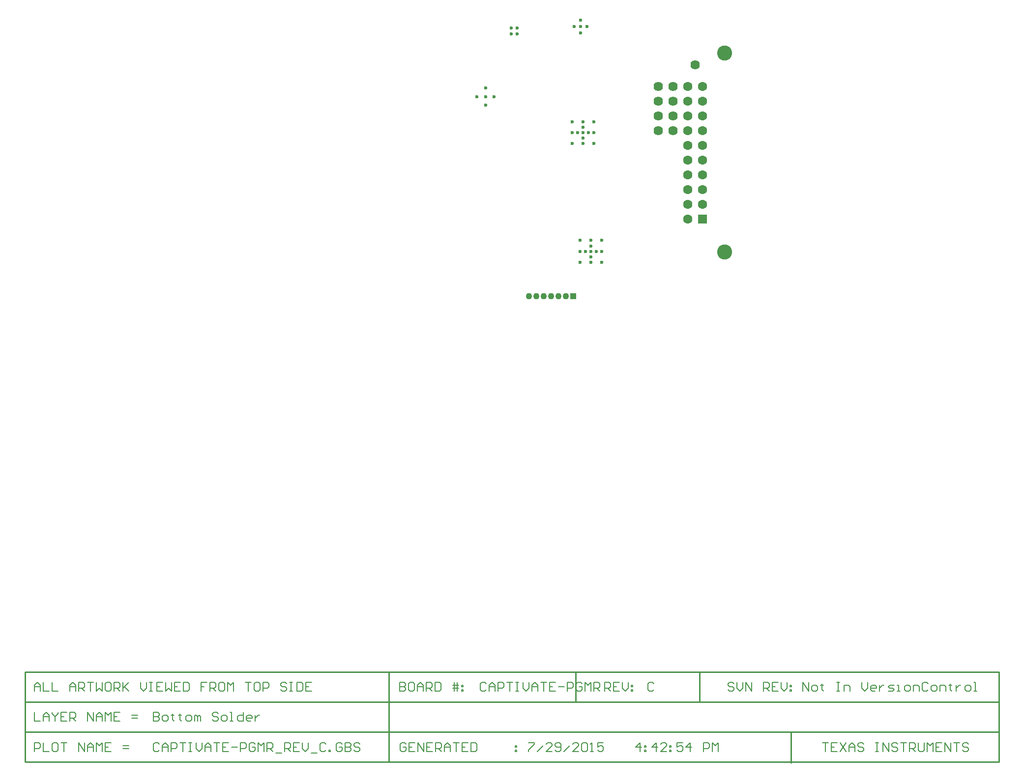
<source format=gbs>
%FSAX25Y25*%
%MOIN*%
G70*
G01*
G75*
G04 Layer_Color=16711935*
%ADD10R,0.01575X0.10236*%
%ADD11R,0.03150X0.02362*%
%ADD12R,0.03150X0.03150*%
%ADD13R,0.03937X0.03740*%
%ADD14R,0.01969X0.01181*%
%ADD15R,0.01181X0.01969*%
%ADD16R,0.02362X0.03150*%
%ADD17R,0.10236X0.01575*%
G04:AMPARAMS|DCode=18|XSize=23.62mil|YSize=39.37mil|CornerRadius=5.91mil|HoleSize=0mil|Usage=FLASHONLY|Rotation=0.000|XOffset=0mil|YOffset=0mil|HoleType=Round|Shape=RoundedRectangle|*
%AMROUNDEDRECTD18*
21,1,0.02362,0.02756,0,0,0.0*
21,1,0.01181,0.03937,0,0,0.0*
1,1,0.01181,0.00591,-0.01378*
1,1,0.01181,-0.00591,-0.01378*
1,1,0.01181,-0.00591,0.01378*
1,1,0.01181,0.00591,0.01378*
%
%ADD18ROUNDEDRECTD18*%
%ADD19R,0.05000X0.06300*%
%ADD20R,0.03740X0.03937*%
%ADD21R,0.04921X0.07087*%
%ADD22R,0.07087X0.04921*%
%ADD23C,0.03937*%
%ADD24O,0.00945X0.02362*%
%ADD25O,0.02362X0.00945*%
%ADD26R,0.16732X0.16732*%
%ADD27R,0.13583X0.13583*%
%ADD28R,0.06890X0.05906*%
%ADD29O,0.01181X0.02362*%
%ADD30R,0.01181X0.02362*%
%ADD31R,0.02165X0.00984*%
%ADD32R,0.02165X0.00787*%
%ADD33R,0.05512X0.03740*%
%ADD34R,0.08268X0.08268*%
%ADD35R,0.06299X0.07480*%
%ADD36R,0.04724X0.07480*%
%ADD37R,0.01575X0.05315*%
%ADD38O,0.02362X0.01181*%
%ADD39R,0.10630X0.10630*%
%ADD40C,0.00800*%
%ADD41C,0.00900*%
%ADD42C,0.01000*%
%ADD43C,0.02000*%
%ADD44C,0.01500*%
%ADD45C,0.01200*%
%ADD46R,0.17200X0.17200*%
%ADD47C,0.06000*%
%ADD48C,0.05906*%
%ADD49R,0.05906X0.05906*%
%ADD50R,0.03937X0.03937*%
%ADD51C,0.09843*%
%ADD52C,0.03000*%
%ADD53C,0.01969*%
%ADD54C,0.04000*%
%ADD55C,0.00100*%
%ADD56C,0.07543*%
%ADD57C,0.06756*%
%ADD58C,0.10693*%
%ADD59C,0.08000*%
%ADD60C,0.05600*%
%ADD61C,0.04787*%
%ADD62C,0.00700*%
%ADD63C,0.00787*%
%ADD64C,0.00669*%
%ADD65C,0.00600*%
%ADD66R,0.01969X0.06299*%
%ADD67R,0.01968X0.06299*%
%ADD68R,0.00787X0.03248*%
%ADD69R,0.01969X0.06299*%
%ADD70R,0.01280X0.02658*%
%ADD71R,0.07039X0.07039*%
%ADD72R,0.05850X0.05850*%
%ADD73R,0.06240X0.05445*%
%ADD74R,0.04677X0.04677*%
%ADD75R,0.00100X0.00100*%
%ADD76R,0.01969X0.10630*%
%ADD77R,0.03543X0.02756*%
%ADD78R,0.03543X0.03543*%
%ADD79R,0.04331X0.04134*%
%ADD80R,0.02362X0.01575*%
%ADD81R,0.01575X0.02362*%
%ADD82R,0.02756X0.03543*%
%ADD83R,0.10630X0.01969*%
G04:AMPARAMS|DCode=84|XSize=27.56mil|YSize=43.31mil|CornerRadius=7.87mil|HoleSize=0mil|Usage=FLASHONLY|Rotation=0.000|XOffset=0mil|YOffset=0mil|HoleType=Round|Shape=RoundedRectangle|*
%AMROUNDEDRECTD84*
21,1,0.02756,0.02756,0,0,0.0*
21,1,0.01181,0.04331,0,0,0.0*
1,1,0.01575,0.00591,-0.01378*
1,1,0.01575,-0.00591,-0.01378*
1,1,0.01575,-0.00591,0.01378*
1,1,0.01575,0.00591,0.01378*
%
%ADD84ROUNDEDRECTD84*%
%ADD85R,0.05394X0.06694*%
%ADD86R,0.04134X0.04331*%
%ADD87R,0.05315X0.07480*%
%ADD88R,0.07480X0.05315*%
%ADD89C,0.07874*%
%ADD90O,0.01496X0.02913*%
%ADD91O,0.02913X0.01496*%
%ADD92R,0.17126X0.17126*%
%ADD93O,0.02756X0.01339*%
%ADD94O,0.01339X0.02756*%
%ADD95R,0.13976X0.13976*%
%ADD96R,0.07284X0.06299*%
%ADD97O,0.01575X0.02756*%
%ADD98R,0.01575X0.02756*%
%ADD99R,0.02559X0.01378*%
%ADD100R,0.02559X0.01181*%
%ADD101R,0.05906X0.04134*%
%ADD102R,0.08661X0.08661*%
%ADD103R,0.06693X0.07874*%
%ADD104R,0.05118X0.07874*%
%ADD105R,0.01969X0.05709*%
%ADD106O,0.02756X0.01575*%
%ADD107R,0.11024X0.11024*%
%ADD108C,0.06394*%
%ADD109C,0.06299*%
%ADD110R,0.06299X0.06299*%
%ADD111C,0.04331*%
%ADD112R,0.04331X0.04331*%
%ADD113C,0.10236*%
%ADD114C,0.02362*%
G54D40*
X0126900Y0073549D02*
Y0067551D01*
X0129899D01*
X0130899Y0068550D01*
Y0069550D01*
X0129899Y0070550D01*
X0126900D01*
X0129899D01*
X0130899Y0071549D01*
Y0072549D01*
X0129899Y0073549D01*
X0126900D01*
X0133898Y0067551D02*
X0135897D01*
X0136897Y0068550D01*
Y0070550D01*
X0135897Y0071549D01*
X0133898D01*
X0132898Y0070550D01*
Y0068550D01*
X0133898Y0067551D01*
X0139896Y0072549D02*
Y0071549D01*
X0138896D01*
X0140895D01*
X0139896D01*
Y0068550D01*
X0140895Y0067551D01*
X0144894Y0072549D02*
Y0071549D01*
X0143895D01*
X0145894D01*
X0144894D01*
Y0068550D01*
X0145894Y0067551D01*
X0149893D02*
X0151892D01*
X0152892Y0068550D01*
Y0070550D01*
X0151892Y0071549D01*
X0149893D01*
X0148893Y0070550D01*
Y0068550D01*
X0149893Y0067551D01*
X0154891D02*
Y0071549D01*
X0155891D01*
X0156890Y0070550D01*
Y0067551D01*
Y0070550D01*
X0157890Y0071549D01*
X0158890Y0070550D01*
Y0067551D01*
X0170886Y0072549D02*
X0169886Y0073549D01*
X0167887D01*
X0166887Y0072549D01*
Y0071549D01*
X0167887Y0070550D01*
X0169886D01*
X0170886Y0069550D01*
Y0068550D01*
X0169886Y0067551D01*
X0167887D01*
X0166887Y0068550D01*
X0173885Y0067551D02*
X0175884D01*
X0176884Y0068550D01*
Y0070550D01*
X0175884Y0071549D01*
X0173885D01*
X0172885Y0070550D01*
Y0068550D01*
X0173885Y0067551D01*
X0178883D02*
X0180883D01*
X0179883D01*
Y0073549D01*
X0178883D01*
X0187880D02*
Y0067551D01*
X0184881D01*
X0183882Y0068550D01*
Y0070550D01*
X0184881Y0071549D01*
X0187880D01*
X0192879Y0067551D02*
X0190879D01*
X0189880Y0068550D01*
Y0070550D01*
X0190879Y0071549D01*
X0192879D01*
X0193878Y0070550D01*
Y0069550D01*
X0189880D01*
X0195878Y0071549D02*
Y0067551D01*
Y0069550D01*
X0196877Y0070550D01*
X0197877Y0071549D01*
X0198877D01*
X0567400Y0087833D02*
Y0093831D01*
X0571399Y0087833D01*
Y0093831D01*
X0574398Y0087833D02*
X0576397D01*
X0577397Y0088833D01*
Y0090832D01*
X0576397Y0091832D01*
X0574398D01*
X0573398Y0090832D01*
Y0088833D01*
X0574398Y0087833D01*
X0580396Y0092832D02*
Y0091832D01*
X0579396D01*
X0581395D01*
X0580396D01*
Y0088833D01*
X0581395Y0087833D01*
X0590393Y0093831D02*
X0592392D01*
X0591392D01*
Y0087833D01*
X0590393D01*
X0592392D01*
X0595391D02*
Y0091832D01*
X0598390D01*
X0599390Y0090832D01*
Y0087833D01*
X0607387Y0093831D02*
Y0089833D01*
X0609386Y0087833D01*
X0611386Y0089833D01*
Y0093831D01*
X0616384Y0087833D02*
X0614385D01*
X0613385Y0088833D01*
Y0090832D01*
X0614385Y0091832D01*
X0616384D01*
X0617384Y0090832D01*
Y0089833D01*
X0613385D01*
X0619383Y0091832D02*
Y0087833D01*
Y0089833D01*
X0620383Y0090832D01*
X0621383Y0091832D01*
X0622382D01*
X0625381Y0087833D02*
X0628380D01*
X0629380Y0088833D01*
X0628380Y0089833D01*
X0626381D01*
X0625381Y0090832D01*
X0626381Y0091832D01*
X0629380D01*
X0631379Y0087833D02*
X0633379D01*
X0632379D01*
Y0091832D01*
X0631379D01*
X0637377Y0087833D02*
X0639377D01*
X0640376Y0088833D01*
Y0090832D01*
X0639377Y0091832D01*
X0637377D01*
X0636378Y0090832D01*
Y0088833D01*
X0637377Y0087833D01*
X0642376D02*
Y0091832D01*
X0645375D01*
X0646374Y0090832D01*
Y0087833D01*
X0652373Y0092832D02*
X0651373Y0093831D01*
X0649373D01*
X0648374Y0092832D01*
Y0088833D01*
X0649373Y0087833D01*
X0651373D01*
X0652373Y0088833D01*
X0655372Y0087833D02*
X0657371D01*
X0658371Y0088833D01*
Y0090832D01*
X0657371Y0091832D01*
X0655372D01*
X0654372Y0090832D01*
Y0088833D01*
X0655372Y0087833D01*
X0660370D02*
Y0091832D01*
X0663369D01*
X0664369Y0090832D01*
Y0087833D01*
X0667368Y0092832D02*
Y0091832D01*
X0666368D01*
X0668367D01*
X0667368D01*
Y0088833D01*
X0668367Y0087833D01*
X0671366Y0091832D02*
Y0087833D01*
Y0089833D01*
X0672366Y0090832D01*
X0673366Y0091832D01*
X0674365D01*
X0678364Y0087833D02*
X0680364D01*
X0681363Y0088833D01*
Y0090832D01*
X0680364Y0091832D01*
X0678364D01*
X0677364Y0090832D01*
Y0088833D01*
X0678364Y0087833D01*
X0683362D02*
X0685362D01*
X0684362D01*
Y0093831D01*
X0683362D01*
X0520799Y0092832D02*
X0519799Y0093831D01*
X0517800D01*
X0516800Y0092832D01*
Y0091832D01*
X0517800Y0090832D01*
X0519799D01*
X0520799Y0089833D01*
Y0088833D01*
X0519799Y0087833D01*
X0517800D01*
X0516800Y0088833D01*
X0522798Y0093831D02*
Y0089833D01*
X0524797Y0087833D01*
X0526797Y0089833D01*
Y0093831D01*
X0528796Y0087833D02*
Y0093831D01*
X0532795Y0087833D01*
Y0093831D01*
X0540792Y0087833D02*
Y0093831D01*
X0543791D01*
X0544791Y0092832D01*
Y0090832D01*
X0543791Y0089833D01*
X0540792D01*
X0542792D02*
X0544791Y0087833D01*
X0550789Y0093831D02*
X0546790D01*
Y0087833D01*
X0550789D01*
X0546790Y0090832D02*
X0548790D01*
X0552788Y0093831D02*
Y0089833D01*
X0554788Y0087833D01*
X0556787Y0089833D01*
Y0093831D01*
X0558786Y0091832D02*
X0559786D01*
Y0090832D01*
X0558786D01*
Y0091832D01*
Y0088833D02*
X0559786D01*
Y0087833D01*
X0558786D01*
Y0088833D01*
X0433000Y0087833D02*
Y0093831D01*
X0435999D01*
X0436999Y0092832D01*
Y0090832D01*
X0435999Y0089833D01*
X0433000D01*
X0434999D02*
X0436999Y0087833D01*
X0442997Y0093831D02*
X0438998D01*
Y0087833D01*
X0442997D01*
X0438998Y0090832D02*
X0440997D01*
X0444996Y0093831D02*
Y0089833D01*
X0446995Y0087833D01*
X0448995Y0089833D01*
Y0093831D01*
X0450994Y0091832D02*
X0451994D01*
Y0090832D01*
X0450994D01*
Y0091832D01*
Y0088833D02*
X0451994D01*
Y0087833D01*
X0450994D01*
Y0088833D01*
X0130899Y0051965D02*
X0129899Y0052965D01*
X0127900D01*
X0126900Y0051965D01*
Y0047966D01*
X0127900Y0046966D01*
X0129899D01*
X0130899Y0047966D01*
X0132898Y0046966D02*
Y0050965D01*
X0134897Y0052965D01*
X0136897Y0050965D01*
Y0046966D01*
Y0049966D01*
X0132898D01*
X0138896Y0046966D02*
Y0052965D01*
X0141895D01*
X0142895Y0051965D01*
Y0049966D01*
X0141895Y0048966D01*
X0138896D01*
X0144894Y0052965D02*
X0148893D01*
X0146894D01*
Y0046966D01*
X0150892Y0052965D02*
X0152892D01*
X0151892D01*
Y0046966D01*
X0150892D01*
X0152892D01*
X0155891Y0052965D02*
Y0048966D01*
X0157890Y0046966D01*
X0159889Y0048966D01*
Y0052965D01*
X0161889Y0046966D02*
Y0050965D01*
X0163888Y0052965D01*
X0165887Y0050965D01*
Y0046966D01*
Y0049966D01*
X0161889D01*
X0167887Y0052965D02*
X0171885D01*
X0169886D01*
Y0046966D01*
X0177884Y0052965D02*
X0173885D01*
Y0046966D01*
X0177884D01*
X0173885Y0049966D02*
X0175884D01*
X0179883D02*
X0183882D01*
X0185881Y0046966D02*
Y0052965D01*
X0188880D01*
X0189880Y0051965D01*
Y0049966D01*
X0188880Y0048966D01*
X0185881D01*
X0195878Y0051965D02*
X0194878Y0052965D01*
X0192879D01*
X0191879Y0051965D01*
Y0047966D01*
X0192879Y0046966D01*
X0194878D01*
X0195878Y0047966D01*
Y0049966D01*
X0193878D01*
X0197877Y0046966D02*
Y0052965D01*
X0199876Y0050965D01*
X0201876Y0052965D01*
Y0046966D01*
X0203875D02*
Y0052965D01*
X0206874D01*
X0207874Y0051965D01*
Y0049966D01*
X0206874Y0048966D01*
X0203875D01*
X0205874D02*
X0207874Y0046966D01*
X0209873Y0045967D02*
X0213872D01*
X0215871Y0046966D02*
Y0052965D01*
X0218870D01*
X0219870Y0051965D01*
Y0049966D01*
X0218870Y0048966D01*
X0215871D01*
X0217871D02*
X0219870Y0046966D01*
X0225868Y0052965D02*
X0221869D01*
Y0046966D01*
X0225868D01*
X0221869Y0049966D02*
X0223869D01*
X0227867Y0052965D02*
Y0048966D01*
X0229867Y0046966D01*
X0231866Y0048966D01*
Y0052965D01*
X0233865Y0045967D02*
X0237864D01*
X0243862Y0051965D02*
X0242863Y0052965D01*
X0240863D01*
X0239863Y0051965D01*
Y0047966D01*
X0240863Y0046966D01*
X0242863D01*
X0243862Y0047966D01*
X0245862Y0046966D02*
Y0047966D01*
X0246861D01*
Y0046966D01*
X0245862D01*
X0254859Y0051965D02*
X0253859Y0052965D01*
X0251860D01*
X0250860Y0051965D01*
Y0047966D01*
X0251860Y0046966D01*
X0253859D01*
X0254859Y0047966D01*
Y0049966D01*
X0252859D01*
X0256858Y0052965D02*
Y0046966D01*
X0259857D01*
X0260857Y0047966D01*
Y0048966D01*
X0259857Y0049966D01*
X0256858D01*
X0259857D01*
X0260857Y0050965D01*
Y0051965D01*
X0259857Y0052965D01*
X0256858D01*
X0266855Y0051965D02*
X0265855Y0052965D01*
X0263856D01*
X0262856Y0051965D01*
Y0050965D01*
X0263856Y0049966D01*
X0265855D01*
X0266855Y0048966D01*
Y0047966D01*
X0265855Y0046966D01*
X0263856D01*
X0262856Y0047966D01*
X0381150Y0052965D02*
X0385149D01*
Y0051965D01*
X0381150Y0047966D01*
Y0046966D01*
X0387148D02*
X0391147Y0050965D01*
X0397145Y0046966D02*
X0393146D01*
X0397145Y0050965D01*
Y0051965D01*
X0396145Y0052965D01*
X0394146D01*
X0393146Y0051965D01*
X0399144Y0047966D02*
X0400144Y0046966D01*
X0402143D01*
X0403143Y0047966D01*
Y0051965D01*
X0402143Y0052965D01*
X0400144D01*
X0399144Y0051965D01*
Y0050965D01*
X0400144Y0049966D01*
X0403143D01*
X0405142Y0046966D02*
X0409141Y0050965D01*
X0415139Y0046966D02*
X0411140D01*
X0415139Y0050965D01*
Y0051965D01*
X0414139Y0052965D01*
X0412140D01*
X0411140Y0051965D01*
X0417138D02*
X0418138Y0052965D01*
X0420137D01*
X0421137Y0051965D01*
Y0047966D01*
X0420137Y0046966D01*
X0418138D01*
X0417138Y0047966D01*
Y0051965D01*
X0423136Y0046966D02*
X0425136D01*
X0424136D01*
Y0052965D01*
X0423136Y0051965D01*
X0432133Y0052965D02*
X0428135D01*
Y0049966D01*
X0430134Y0050965D01*
X0431134D01*
X0432133Y0049966D01*
Y0047966D01*
X0431134Y0046966D01*
X0429135D01*
X0428135Y0047966D01*
X0298199Y0051965D02*
X0297199Y0052965D01*
X0295200D01*
X0294200Y0051965D01*
Y0047966D01*
X0295200Y0046966D01*
X0297199D01*
X0298199Y0047966D01*
Y0049966D01*
X0296199D01*
X0304197Y0052965D02*
X0300198D01*
Y0046966D01*
X0304197D01*
X0300198Y0049966D02*
X0302197D01*
X0306196Y0046966D02*
Y0052965D01*
X0310195Y0046966D01*
Y0052965D01*
X0316193D02*
X0312194D01*
Y0046966D01*
X0316193D01*
X0312194Y0049966D02*
X0314194D01*
X0318192Y0046966D02*
Y0052965D01*
X0321191D01*
X0322191Y0051965D01*
Y0049966D01*
X0321191Y0048966D01*
X0318192D01*
X0320192D02*
X0322191Y0046966D01*
X0324190D02*
Y0050965D01*
X0326190Y0052965D01*
X0328189Y0050965D01*
Y0046966D01*
Y0049966D01*
X0324190D01*
X0330188Y0052965D02*
X0334187D01*
X0332188D01*
Y0046966D01*
X0340185Y0052965D02*
X0336186D01*
Y0046966D01*
X0340185D01*
X0336186Y0049966D02*
X0338186D01*
X0342184Y0052965D02*
Y0046966D01*
X0345183D01*
X0346183Y0047966D01*
Y0051965D01*
X0345183Y0052965D01*
X0342184D01*
X0372175Y0050965D02*
X0373175D01*
Y0049966D01*
X0372175D01*
Y0050965D01*
Y0047966D02*
X0373175D01*
Y0046966D01*
X0372175D01*
Y0047966D01*
X0046350Y0087833D02*
Y0091832D01*
X0048349Y0093831D01*
X0050349Y0091832D01*
Y0087833D01*
Y0090832D01*
X0046350D01*
X0052348Y0093831D02*
Y0087833D01*
X0056347D01*
X0058346Y0093831D02*
Y0087833D01*
X0062345D01*
X0070342D02*
Y0091832D01*
X0072342Y0093831D01*
X0074341Y0091832D01*
Y0087833D01*
Y0090832D01*
X0070342D01*
X0076340Y0087833D02*
Y0093831D01*
X0079339D01*
X0080339Y0092832D01*
Y0090832D01*
X0079339Y0089833D01*
X0076340D01*
X0078340D02*
X0080339Y0087833D01*
X0082338Y0093831D02*
X0086337D01*
X0084338D01*
Y0087833D01*
X0088336Y0093831D02*
Y0087833D01*
X0090336Y0089833D01*
X0092335Y0087833D01*
Y0093831D01*
X0097334D02*
X0095334D01*
X0094335Y0092832D01*
Y0088833D01*
X0095334Y0087833D01*
X0097334D01*
X0098333Y0088833D01*
Y0092832D01*
X0097334Y0093831D01*
X0100332Y0087833D02*
Y0093831D01*
X0103332D01*
X0104331Y0092832D01*
Y0090832D01*
X0103332Y0089833D01*
X0100332D01*
X0102332D02*
X0104331Y0087833D01*
X0106331Y0093831D02*
Y0087833D01*
Y0089833D01*
X0110329Y0093831D01*
X0107330Y0090832D01*
X0110329Y0087833D01*
X0118327Y0093831D02*
Y0089833D01*
X0120326Y0087833D01*
X0122325Y0089833D01*
Y0093831D01*
X0124325D02*
X0126324D01*
X0125324D01*
Y0087833D01*
X0124325D01*
X0126324D01*
X0133322Y0093831D02*
X0129323D01*
Y0087833D01*
X0133322D01*
X0129323Y0090832D02*
X0131323D01*
X0135321Y0093831D02*
Y0087833D01*
X0137321Y0089833D01*
X0139320Y0087833D01*
Y0093831D01*
X0145318D02*
X0141319D01*
Y0087833D01*
X0145318D01*
X0141319Y0090832D02*
X0143319D01*
X0147317Y0093831D02*
Y0087833D01*
X0150316D01*
X0151316Y0088833D01*
Y0092832D01*
X0150316Y0093831D01*
X0147317D01*
X0163312D02*
X0159313D01*
Y0090832D01*
X0161313D01*
X0159313D01*
Y0087833D01*
X0165312D02*
Y0093831D01*
X0168310D01*
X0169310Y0092832D01*
Y0090832D01*
X0168310Y0089833D01*
X0165312D01*
X0167311D02*
X0169310Y0087833D01*
X0174309Y0093831D02*
X0172309D01*
X0171310Y0092832D01*
Y0088833D01*
X0172309Y0087833D01*
X0174309D01*
X0175308Y0088833D01*
Y0092832D01*
X0174309Y0093831D01*
X0177308Y0087833D02*
Y0093831D01*
X0179307Y0091832D01*
X0181306Y0093831D01*
Y0087833D01*
X0189304Y0093831D02*
X0193303D01*
X0191303D01*
Y0087833D01*
X0198301Y0093831D02*
X0196301D01*
X0195302Y0092832D01*
Y0088833D01*
X0196301Y0087833D01*
X0198301D01*
X0199301Y0088833D01*
Y0092832D01*
X0198301Y0093831D01*
X0201300Y0087833D02*
Y0093831D01*
X0204299D01*
X0205299Y0092832D01*
Y0090832D01*
X0204299Y0089833D01*
X0201300D01*
X0217295Y0092832D02*
X0216295Y0093831D01*
X0214296D01*
X0213296Y0092832D01*
Y0091832D01*
X0214296Y0090832D01*
X0216295D01*
X0217295Y0089833D01*
Y0088833D01*
X0216295Y0087833D01*
X0214296D01*
X0213296Y0088833D01*
X0219294Y0093831D02*
X0221293D01*
X0220294D01*
Y0087833D01*
X0219294D01*
X0221293D01*
X0224292Y0093831D02*
Y0087833D01*
X0227291D01*
X0228291Y0088833D01*
Y0092832D01*
X0227291Y0093831D01*
X0224292D01*
X0234289D02*
X0230291D01*
Y0087833D01*
X0234289D01*
X0230291Y0090832D02*
X0232290D01*
X0466149Y0092832D02*
X0465149Y0093831D01*
X0463150D01*
X0462150Y0092832D01*
Y0088833D01*
X0463150Y0087833D01*
X0465149D01*
X0466149Y0088833D01*
X0352549Y0092832D02*
X0351549Y0093831D01*
X0349550D01*
X0348550Y0092832D01*
Y0088833D01*
X0349550Y0087833D01*
X0351549D01*
X0352549Y0088833D01*
X0354548Y0087833D02*
Y0091832D01*
X0356547Y0093831D01*
X0358547Y0091832D01*
Y0087833D01*
Y0090832D01*
X0354548D01*
X0360546Y0087833D02*
Y0093831D01*
X0363545D01*
X0364545Y0092832D01*
Y0090832D01*
X0363545Y0089833D01*
X0360546D01*
X0366544Y0093831D02*
X0370543D01*
X0368544D01*
Y0087833D01*
X0372542Y0093831D02*
X0374542D01*
X0373542D01*
Y0087833D01*
X0372542D01*
X0374542D01*
X0377541Y0093831D02*
Y0089833D01*
X0379540Y0087833D01*
X0381539Y0089833D01*
Y0093831D01*
X0383539Y0087833D02*
Y0091832D01*
X0385538Y0093831D01*
X0387537Y0091832D01*
Y0087833D01*
Y0090832D01*
X0383539D01*
X0389537Y0093831D02*
X0393535D01*
X0391536D01*
Y0087833D01*
X0399534Y0093831D02*
X0395535D01*
Y0087833D01*
X0399534D01*
X0395535Y0090832D02*
X0397534D01*
X0401533D02*
X0405532D01*
X0407531Y0087833D02*
Y0093831D01*
X0410530D01*
X0411530Y0092832D01*
Y0090832D01*
X0410530Y0089833D01*
X0407531D01*
X0417528Y0092832D02*
X0416528Y0093831D01*
X0414529D01*
X0413529Y0092832D01*
Y0088833D01*
X0414529Y0087833D01*
X0416528D01*
X0417528Y0088833D01*
Y0090832D01*
X0415528D01*
X0419527Y0087833D02*
Y0093831D01*
X0421526Y0091832D01*
X0423526Y0093831D01*
Y0087833D01*
X0425525D02*
Y0093831D01*
X0428524D01*
X0429524Y0092832D01*
Y0090832D01*
X0428524Y0089833D01*
X0425525D01*
X0427524D02*
X0429524Y0087833D01*
X0294000Y0093831D02*
Y0087833D01*
X0296999D01*
X0297999Y0088833D01*
Y0089833D01*
X0296999Y0090832D01*
X0294000D01*
X0296999D01*
X0297999Y0091832D01*
Y0092832D01*
X0296999Y0093831D01*
X0294000D01*
X0302997D02*
X0300998D01*
X0299998Y0092832D01*
Y0088833D01*
X0300998Y0087833D01*
X0302997D01*
X0303997Y0088833D01*
Y0092832D01*
X0302997Y0093831D01*
X0305996Y0087833D02*
Y0091832D01*
X0307996Y0093831D01*
X0309995Y0091832D01*
Y0087833D01*
Y0090832D01*
X0305996D01*
X0311994Y0087833D02*
Y0093831D01*
X0314993D01*
X0315993Y0092832D01*
Y0090832D01*
X0314993Y0089833D01*
X0311994D01*
X0313994D02*
X0315993Y0087833D01*
X0317992Y0093831D02*
Y0087833D01*
X0320991D01*
X0321991Y0088833D01*
Y0092832D01*
X0320991Y0093831D01*
X0317992D01*
X0330988Y0087833D02*
Y0093831D01*
X0332987D02*
Y0087833D01*
X0329988Y0091832D02*
X0332987D01*
X0333987D01*
X0329988Y0089833D02*
X0333987D01*
X0335986Y0091832D02*
X0336986D01*
Y0090832D01*
X0335986D01*
Y0091832D01*
Y0088833D02*
X0336986D01*
Y0087833D01*
X0335986D01*
Y0088833D01*
X0046350Y0073549D02*
Y0067551D01*
X0050349D01*
X0052348D02*
Y0071549D01*
X0054347Y0073549D01*
X0056347Y0071549D01*
Y0067551D01*
Y0070550D01*
X0052348D01*
X0058346Y0073549D02*
Y0072549D01*
X0060346Y0070550D01*
X0062345Y0072549D01*
Y0073549D01*
X0060346Y0070550D02*
Y0067551D01*
X0068343Y0073549D02*
X0064344D01*
Y0067551D01*
X0068343D01*
X0064344Y0070550D02*
X0066343D01*
X0070342Y0067551D02*
Y0073549D01*
X0073341D01*
X0074341Y0072549D01*
Y0070550D01*
X0073341Y0069550D01*
X0070342D01*
X0072342D02*
X0074341Y0067551D01*
X0082338D02*
Y0073549D01*
X0086337Y0067551D01*
Y0073549D01*
X0088336Y0067551D02*
Y0071549D01*
X0090336Y0073549D01*
X0092335Y0071549D01*
Y0067551D01*
Y0070550D01*
X0088336D01*
X0094335Y0067551D02*
Y0073549D01*
X0096334Y0071549D01*
X0098333Y0073549D01*
Y0067551D01*
X0104331Y0073549D02*
X0100332D01*
Y0067551D01*
X0104331D01*
X0100332Y0070550D02*
X0102332D01*
X0112329Y0069550D02*
X0116327D01*
X0112329Y0071549D02*
X0116327D01*
X0046350Y0046966D02*
Y0052965D01*
X0049349D01*
X0050349Y0051965D01*
Y0049966D01*
X0049349Y0048966D01*
X0046350D01*
X0052348Y0052965D02*
Y0046966D01*
X0056347D01*
X0061345Y0052965D02*
X0059346D01*
X0058346Y0051965D01*
Y0047966D01*
X0059346Y0046966D01*
X0061345D01*
X0062345Y0047966D01*
Y0051965D01*
X0061345Y0052965D01*
X0064344D02*
X0068343D01*
X0066343D01*
Y0046966D01*
X0076340D02*
Y0052965D01*
X0080339Y0046966D01*
Y0052965D01*
X0082338Y0046966D02*
Y0050965D01*
X0084338Y0052965D01*
X0086337Y0050965D01*
Y0046966D01*
Y0049966D01*
X0082338D01*
X0088336Y0046966D02*
Y0052965D01*
X0090336Y0050965D01*
X0092335Y0052965D01*
Y0046966D01*
X0098333Y0052965D02*
X0094335D01*
Y0046966D01*
X0098333D01*
X0094335Y0049966D02*
X0096334D01*
X0106331Y0048966D02*
X0110329D01*
X0106331Y0050965D02*
X0110329D01*
X0457049Y0046966D02*
Y0052965D01*
X0454050Y0049966D01*
X0458049D01*
X0460048Y0050965D02*
X0461048D01*
Y0049966D01*
X0460048D01*
Y0050965D01*
Y0047966D02*
X0461048D01*
Y0046966D01*
X0460048D01*
Y0047966D01*
X0468046Y0046966D02*
Y0052965D01*
X0465046Y0049966D01*
X0469045D01*
X0475043Y0046966D02*
X0471044D01*
X0475043Y0050965D01*
Y0051965D01*
X0474044Y0052965D01*
X0472044D01*
X0471044Y0051965D01*
X0477043Y0050965D02*
X0478042D01*
Y0049966D01*
X0477043D01*
Y0050965D01*
Y0047966D02*
X0478042D01*
Y0046966D01*
X0477043D01*
Y0047966D01*
X0486040Y0052965D02*
X0482041D01*
Y0049966D01*
X0484040Y0050965D01*
X0485040D01*
X0486040Y0049966D01*
Y0047966D01*
X0485040Y0046966D01*
X0483041D01*
X0482041Y0047966D01*
X0491038Y0046966D02*
Y0052965D01*
X0488039Y0049966D01*
X0492038D01*
X0500035Y0046966D02*
Y0052965D01*
X0503034D01*
X0504034Y0051965D01*
Y0049966D01*
X0503034Y0048966D01*
X0500035D01*
X0506033Y0046966D02*
Y0052965D01*
X0508033Y0050965D01*
X0510032Y0052965D01*
Y0046966D01*
X0580500Y0052965D02*
X0584499D01*
X0582499D01*
Y0046966D01*
X0590497Y0052965D02*
X0586498D01*
Y0046966D01*
X0590497D01*
X0586498Y0049966D02*
X0588497D01*
X0592496Y0052965D02*
X0596495Y0046966D01*
Y0052965D02*
X0592496Y0046966D01*
X0598494D02*
Y0050965D01*
X0600493Y0052965D01*
X0602493Y0050965D01*
Y0046966D01*
Y0049966D01*
X0598494D01*
X0608491Y0051965D02*
X0607491Y0052965D01*
X0605492D01*
X0604492Y0051965D01*
Y0050965D01*
X0605492Y0049966D01*
X0607491D01*
X0608491Y0048966D01*
Y0047966D01*
X0607491Y0046966D01*
X0605492D01*
X0604492Y0047966D01*
X0616488Y0052965D02*
X0618488D01*
X0617488D01*
Y0046966D01*
X0616488D01*
X0618488D01*
X0621487D02*
Y0052965D01*
X0625486Y0046966D01*
Y0052965D01*
X0631484Y0051965D02*
X0630484Y0052965D01*
X0628484D01*
X0627485Y0051965D01*
Y0050965D01*
X0628484Y0049966D01*
X0630484D01*
X0631484Y0048966D01*
Y0047966D01*
X0630484Y0046966D01*
X0628484D01*
X0627485Y0047966D01*
X0633483Y0052965D02*
X0637482D01*
X0635482D01*
Y0046966D01*
X0639481D02*
Y0052965D01*
X0642480D01*
X0643480Y0051965D01*
Y0049966D01*
X0642480Y0048966D01*
X0639481D01*
X0641480D02*
X0643480Y0046966D01*
X0645479Y0052965D02*
Y0047966D01*
X0646479Y0046966D01*
X0648478D01*
X0649478Y0047966D01*
Y0052965D01*
X0651477Y0046966D02*
Y0052965D01*
X0653476Y0050965D01*
X0655476Y0052965D01*
Y0046966D01*
X0661474Y0052965D02*
X0657475D01*
Y0046966D01*
X0661474D01*
X0657475Y0049966D02*
X0659474D01*
X0663473Y0046966D02*
Y0052965D01*
X0667472Y0046966D01*
Y0052965D01*
X0669471D02*
X0673470D01*
X0671471D01*
Y0046966D01*
X0679468Y0051965D02*
X0678468Y0052965D01*
X0676469D01*
X0675469Y0051965D01*
Y0050965D01*
X0676469Y0049966D01*
X0678468D01*
X0679468Y0048966D01*
Y0047966D01*
X0678468Y0046966D01*
X0676469D01*
X0675469Y0047966D01*
G54D42*
X0497200Y0080717D02*
Y0101050D01*
X0413200Y0080717D02*
Y0101050D01*
X0040000Y0080717D02*
X0700200D01*
X0040000Y0060383D02*
X0700000D01*
X0040000Y0040050D02*
X0440500D01*
X0040050Y0101050D02*
X0700200D01*
X0040050Y0040050D02*
Y0101050D01*
Y0040050D02*
X0197600D01*
X0040000D02*
Y0101050D01*
X0286500Y0040050D02*
Y0101050D01*
X0700200Y0040050D02*
Y0101050D01*
X0440500Y0040050D02*
X0700200D01*
X0559400Y0039400D02*
Y0059683D01*
G54D108*
X0494200Y0512900D02*
D03*
X0479200Y0488400D02*
D03*
Y0498400D02*
D03*
X0469200D02*
D03*
Y0488400D02*
D03*
X0479200Y0478400D02*
D03*
X0469200D02*
D03*
X0479200Y0468400D02*
D03*
X0469200D02*
D03*
G54D109*
X0489200Y0498400D02*
D03*
X0499200D02*
D03*
X0489200Y0488400D02*
D03*
X0499200D02*
D03*
X0489200Y0478400D02*
D03*
X0499200D02*
D03*
X0489200Y0468400D02*
D03*
X0499200D02*
D03*
X0489200Y0458400D02*
D03*
X0499200D02*
D03*
X0489200Y0448400D02*
D03*
X0499200D02*
D03*
X0489200Y0438400D02*
D03*
X0499200D02*
D03*
X0489200Y0428400D02*
D03*
X0499200D02*
D03*
X0489200Y0418400D02*
D03*
X0499200D02*
D03*
X0489200Y0408400D02*
D03*
G54D110*
X0499200D02*
D03*
G54D111*
X0391700Y0355900D02*
D03*
X0386700D02*
D03*
X0396700D02*
D03*
X0401700D02*
D03*
X0406700D02*
D03*
X0381700D02*
D03*
G54D112*
X0411700D02*
D03*
G54D113*
X0514200Y0520900D02*
D03*
Y0385900D02*
D03*
G54D114*
X0416318Y0379018D02*
D03*
Y0386400D02*
D03*
Y0393782D02*
D03*
X0420009Y0386400D02*
D03*
X0423700Y0379018D02*
D03*
Y0382709D02*
D03*
Y0386400D02*
D03*
Y0390091D02*
D03*
Y0393782D02*
D03*
X0427391Y0386400D02*
D03*
X0431082Y0379018D02*
D03*
Y0386400D02*
D03*
Y0393782D02*
D03*
X0425582Y0474282D02*
D03*
Y0466900D02*
D03*
Y0459518D02*
D03*
X0421891Y0466900D02*
D03*
X0418200Y0474282D02*
D03*
Y0470591D02*
D03*
Y0466900D02*
D03*
Y0463209D02*
D03*
Y0459518D02*
D03*
X0414509Y0466900D02*
D03*
X0410818Y0474282D02*
D03*
Y0466900D02*
D03*
Y0459518D02*
D03*
X0352200Y0497207D02*
D03*
X0346393Y0491400D02*
D03*
X0352200D02*
D03*
X0358007D02*
D03*
X0352200Y0485593D02*
D03*
X0369731Y0533931D02*
D03*
Y0537868D02*
D03*
X0373669D02*
D03*
Y0533931D02*
D03*
X0416700Y0534569D02*
D03*
X0421031Y0538900D02*
D03*
X0416700D02*
D03*
X0412369D02*
D03*
X0416700Y0543231D02*
D03*
M02*

</source>
